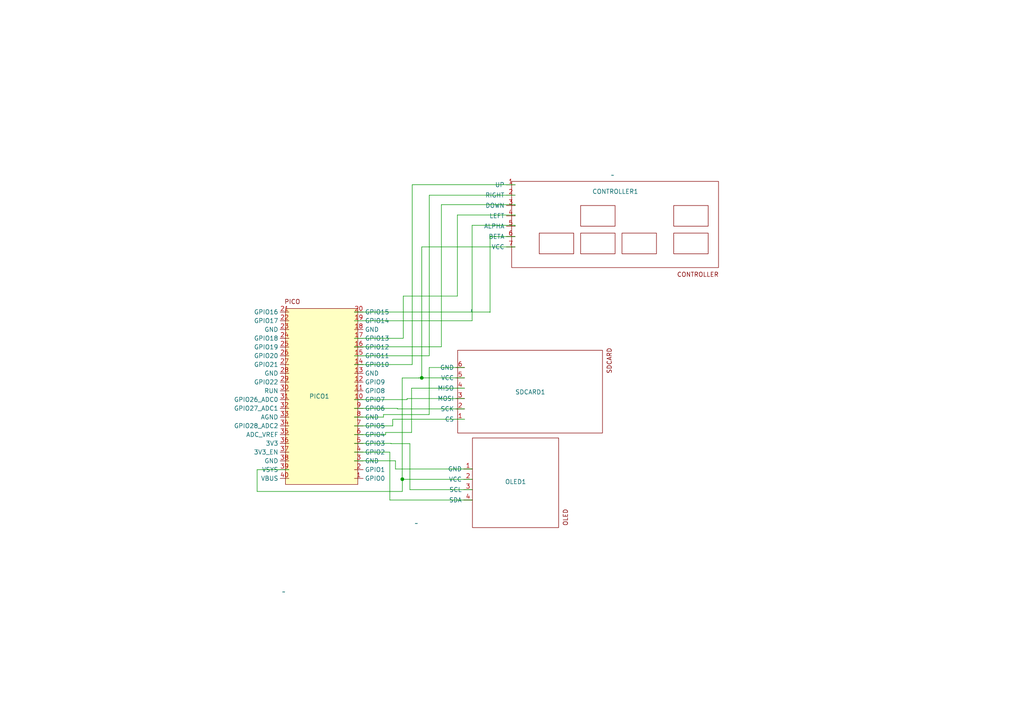
<source format=kicad_sch>
(kicad_sch (version 20231120) (generator "eeschema") (generator_version "8.0")
  (paper "A4")
  (lib_symbols
    (symbol "gameconsole:controller"
      (property "Reference" "U" (at 1 26 0))
      (symbol "controller_0_1"
        (rectangle (start 0 0) (end 60 25))
        (rectangle (start 8 4) (end 18 10))
        (rectangle (start 20 10) (end 30 4))
        (rectangle (start 20 12) (end 30 18))
        (rectangle (start 32 10) (end 42 4))
        (rectangle (start 47 10) (end 57 4))
        (rectangle (start 47 12) (end 57 18))
      )
      (symbol "controller_1_1"
        (text "CONTROLLER" (at 54 -2 0) (effects (font (size 1.27 1.27))))
        (pin input line (at 1 24 180) (length 2.54) (name "UP") (number "1"))
        (pin input line (at 1 21 180) (length 2.54) (name "RIGHT") (number "2"))
        (pin input line (at 1 18 180) (length 2.54) (name "DOWN") (number "3"))
        (pin input line (at 1 15 180) (length 2.54) (name "LEFT") (number "4"))
        (pin input line (at 1 12 180) (length 2.54) (name "ALPHA") (number "5"))
        (pin input line (at 1 9 180) (length 2.54) (name "BETA") (number "6"))
        (pin input line (at 1 6 180) (length 2.54) (name "VCC") (number "7"))
      )
    )
    (symbol "gameconsole:oled"
      (property "Reference" "U" (at -12 13 0))
      (symbol "oled_0_1"
        (rectangle (start -13 -13) (end 13 12))
      )
      (symbol "oled_1_1"
        (text "OLED" (at 10 -15 0) (effects (font (size 1.27 1.27))))
        (pin input line (at -4 12 90) (length 2.54) (name "GND") (number "1"))
        (pin input line (at -1 12 90) (length 2.54) (name "VCC") (number "2"))
        (pin input line (at 2 12 90) (length 2.54) (name "SCL") (number "3"))
        (pin input line (at 5 12 90) (length 2.54) (name "SDA") (number "4"))
      )
    )
    (symbol "gameconsole:pico"
      (property "Reference" "U" (at -10 25 0))
      (symbol "pico_0_1"
        (rectangle (start -11 23) (end 10 -28) (fill (type background)))
      )
      (symbol "pico_1_1"
        (text "PICO\n" (at 8 -30 0) (effects (font (size 1.27 1.27))))
        (pin bidirectional line (at -10 21.26 180) (length 2.54) (name "GPIO0") (number "1"))
        (pin bidirectional line (at -10 -1.6 180) (length 2.54) (name "GPIO7") (number "10"))
        (pin bidirectional line (at -10 -4.14 180) (length 2.54) (name "GPIO8") (number "11"))
        (pin bidirectional line (at -10 -6.68 180) (length 2.54) (name "GPIO9") (number "12"))
        (pin power_in line (at -10 -9.22 180) (length 2.54) (name "GND") (number "13"))
        (pin bidirectional line (at -10 -11.76 180) (length 2.54) (name "GPIO10") (number "14"))
        (pin bidirectional line (at -10 -14.3 180) (length 2.54) (name "GPIO11") (number "15"))
        (pin bidirectional line (at -10 -16.84 180) (length 2.54) (name "GPIO12") (number "16"))
        (pin bidirectional line (at -10 -19.38 180) (length 2.54) (name "GPIO13") (number "17"))
        (pin power_in line (at -10 -21.92 180) (length 2.54) (name "GND") (number "18"))
        (pin bidirectional line (at -10 -24.46 180) (length 2.54) (name "GPIO14") (number "19"))
        (pin bidirectional line (at -10 18.72 180) (length 2.54) (name "GPIO1") (number "2"))
        (pin bidirectional line (at -10 -27 180) (length 2.54) (name "GPIO15") (number "20"))
        (pin bidirectional line (at 9 -27 0) (length 2.54) (name "GPIO16") (number "21"))
        (pin bidirectional line (at 9 -24.46 0) (length 2.54) (name "GPIO17") (number "22"))
        (pin power_in line (at 9 -21.92 0) (length 2.54) (name "GND") (number "23"))
        (pin bidirectional line (at 9 -19.38 0) (length 2.54) (name "GPIO18") (number "24"))
        (pin bidirectional line (at 9 -16.84 0) (length 2.54) (name "GPIO19") (number "25"))
        (pin bidirectional line (at 9 -14.3 0) (length 2.54) (name "GPIO20") (number "26"))
        (pin bidirectional line (at 9 -11.76 0) (length 2.54) (name "GPIO21") (number "27"))
        (pin power_in line (at 9 -9.22 0) (length 2.54) (name "GND") (number "28"))
        (pin bidirectional line (at 9 -6.68 0) (length 2.54) (name "GPIO22") (number "29"))
        (pin power_in line (at -10 16.18 180) (length 2.54) (name "GND") (number "3"))
        (pin input line (at 9 -4.14 0) (length 2.54) (name "RUN") (number "30"))
        (pin bidirectional line (at 9 -1.6 0) (length 2.54) (name "GPIO26_ADC0") (number "31"))
        (pin bidirectional line (at 9 0.94 0) (length 2.54) (name "GPIO27_ADC1") (number "32"))
        (pin power_in line (at 9 3.48 0) (length 2.54) (name "AGND") (number "33"))
        (pin bidirectional line (at 9 6.02 0) (length 2.54) (name "GPIO28_ADC2") (number "34"))
        (pin power_in line (at 9 8.56 0) (length 2.54) (name "ADC_VREF") (number "35"))
        (pin power_in line (at 9 11.1 0) (length 2.54) (name "3V3") (number "36"))
        (pin input line (at 9 13.64 0) (length 2.54) (name "3V3_EN") (number "37"))
        (pin bidirectional line (at 9 16.18 0) (length 2.54) (name "GND") (number "38"))
        (pin power_in line (at 9 18.72 0) (length 2.54) (name "VSYS") (number "39"))
        (pin bidirectional line (at -10 13.64 180) (length 2.54) (name "GPIO2") (number "4"))
        (pin power_in line (at 9 21.26 0) (length 2.54) (name "VBUS") (number "40"))
        (pin bidirectional line (at -10 11.1 180) (length 2.54) (name "GPIO3") (number "5"))
        (pin bidirectional line (at -10 8.56 180) (length 2.54) (name "GPIO4") (number "6"))
        (pin bidirectional line (at -10 6.02 180) (length 2.54) (name "GPIO5") (number "7"))
        (pin power_in line (at -10 3.48 180) (length 2.54) (name "GND") (number "8"))
        (pin bidirectional line (at -10 0.94 180) (length 2.54) (name "GPIO6") (number "9"))
      )
    )
    (symbol "gameconsole:sdcard"
      (property "Reference" "U" (at 0 0 0))
      (symbol "sdcard_0_1"
        (rectangle (start 0 0) (end 24 42))
      )
      (symbol "sdcard_1_1"
        (text "SDCARD" (at 21 -2 0) (effects (font (size 1.27 1.27))))
        (pin input line (at 4 40 90) (length 2.54) (name "CS") (number "1"))
        (pin input line (at 7 40 90) (length 2.54) (name "SCK") (number "2"))
        (pin input line (at 10 40 90) (length 2.54) (name "MOSI") (number "3"))
        (pin input line (at 13 40 90) (length 2.54) (name "MISO") (number "4"))
        (pin input line (at 16 40 90) (length 2.54) (name "VCC") (number "5"))
        (pin input line (at 19 40 90) (length 2.54) (name "GND") (number "6"))
      )
    )
  )
  (junction (at 116.6942 138.9858))
  (junction (at 122.3264 109.5954))
  (wire (pts (xy 122.3264 109.5954) (xy 121.4628 109.5954)))
  (wire (pts (xy 119.5578 53.5686) (xy 119.5578 105.7402)))
  (wire (pts (xy 118.8898 128.6734) (xy 113.4176 128.6734)))
  (wire (pts (xy 119.371 125.4362) (xy 111.8398 125.4362)))
  (wire (pts (xy 74.5744 142.5418) (xy 116.6942 142.5418)))
  (wire (pts (xy 128.0226 59.3598) (xy 149.4028 59.3598)))
  (wire (pts (xy 149.4028 56.611) (xy 124.5006 56.611)))
  (wire (pts (xy 136.9316 93.0402) (xy 102.7928 93.0402)))
  (wire (pts (xy 121.4628 109.5954) (xy 121.4628 109.6264)))
  (wire (pts (xy 137.0284 142.0272) (xy 118.8898 142.0272)))
  (wire (pts (xy 128.0226 59.3598) (xy 128.0226 100.584)))
  (wire (pts (xy 134.747 112.5954) (xy 119.371 112.5954)))
  (wire (pts (xy 113.4176 128.6734) (xy 113.4176 128.6002)))
  (wire (pts (xy 113.4176 128.6002) (xy 102.7928 128.6002)))
  (wire (pts (xy 74.5744 136.2202) (xy 74.5744 142.5418)))
  (wire (pts (xy 116.6942 138.9858) (xy 116.655 138.9858)))
  (wire (pts (xy 137.0284 139.0272) (xy 116.7308 139.0272)))
  (wire (pts (xy 118.0756 115.9002) (xy 102.7928 115.9002)))
  (wire (pts (xy 119.5578 105.7402) (xy 102.7928 105.7402)))
  (wire (pts (xy 115.2816 118.4402) (xy 102.7928 118.4402)))
  (wire (pts (xy 142.113 90.5934) (xy 142.113 90.5002)))
  (wire (pts (xy 122.3264 109.6574) (xy 122.3264 109.5954)))
  (wire (pts (xy 116.9637 85.8774) (xy 116.9637 98.1202)))
  (wire (pts (xy 118.8898 142.0272) (xy 118.8898 128.6734)))
  (wire (pts (xy 119.371 112.5954) (xy 119.371 125.4362)))
  (wire (pts (xy 132.6642 62.3573) (xy 132.6642 85.8774)))
  (wire (pts (xy 124.5006 56.611) (xy 124.5006 103.2002)))
  (wire (pts (xy 142.113 90.5934) (xy 142.1384 90.5934)))
  (wire (pts (xy 111.2271 120.9802) (xy 102.7928 120.9802)))
  (wire (pts (xy 74.5744 136.2202) (xy 83.7928 136.2202)))
  (wire (pts (xy 136.9316 65.3471) (xy 136.9316 93.0402)))
  (wire (pts (xy 113.0702 145.0272) (xy 113.0702 131.1402)))
  (wire (pts (xy 111.8398 126.0602) (xy 102.7928 126.0602)))
  (wire (pts (xy 142.113 90.5002) (xy 102.7928 90.5002)))
  (wire (pts (xy 121.4628 109.6264) (xy 116.655 109.6264)))
  (wire (pts (xy 113.91 123.5202) (xy 102.7928 123.5202)))
  (wire (pts (xy 149.4028 62.611) (xy 149.4028 62.3573)))
  (wire (pts (xy 134.747 121.5954) (xy 113.91 121.5954)))
  (wire (pts (xy 149.4028 71.611) (xy 122.3264 71.611)))
  (wire (pts (xy 116.7308 139.0272) (xy 116.7308 138.9858)))
  (wire (pts (xy 102.7928 133.6548) (xy 102.7928 133.6802)))
  (wire (pts (xy 149.4028 53.5686) (xy 149.4028 53.611)))
  (wire (pts (xy 149.4028 59.3598) (xy 149.4028 59.611)))
  (wire (pts (xy 142.1892 68.4022) (xy 142.1892 68.611)))
  (wire (pts (xy 134.747 115.5954) (xy 118.0756 115.5954)))
  (wire (pts (xy 118.0756 115.5954) (xy 118.0756 115.9002)))
  (wire (pts (xy 142.1892 68.4022) (xy 142.1384 68.4022)))
  (wire (pts (xy 116.9637 98.1202) (xy 102.7928 98.1202)))
  (wire (pts (xy 142.1892 68.611) (xy 149.4028 68.611)))
  (wire (pts (xy 115.2816 118.5954) (xy 115.2816 118.4402)))
  (wire (pts (xy 114.7064 133.6548) (xy 114.7064 136.0272)))
  (wire (pts (xy 142.1384 68.4022) (xy 142.1384 90.5934)))
  (wire (pts (xy 134.747 118.5954) (xy 115.2816 118.5954)))
  (wire (pts (xy 102.7928 100.584) (xy 102.7928 100.6602)))
  (wire (pts (xy 149.4028 65.3471) (xy 149.4028 65.611)))
  (wire (pts (xy 114.7064 136.0272) (xy 137.0284 136.0272)))
  (wire (pts (xy 122.3264 71.611) (xy 122.3264 109.5954)))
  (wire (pts (xy 137.0284 145.0272) (xy 113.0702 145.0272)))
  (wire (pts (xy 113.0702 131.1402) (xy 102.7928 131.1402)))
  (wire (pts (xy 124.4854 106.5954) (xy 124.4854 120.2436)))
  (wire (pts (xy 116.655 109.6264) (xy 116.655 138.9858)))
  (wire (pts (xy 113.91 121.5954) (xy 113.91 123.5202)))
  (wire (pts (xy 134.747 106.5954) (xy 124.4854 106.5954)))
  (wire (pts (xy 119.5578 53.5686) (xy 149.4028 53.5686)))
  (wire (pts (xy 132.6642 85.8774) (xy 116.9637 85.8774)))
  (wire (pts (xy 149.4028 62.3573) (xy 132.6642 62.3573)))
  (wire (pts (xy 114.7064 133.6548) (xy 102.7928 133.6548)))
  (wire (pts (xy 116.6942 138.9858) (xy 116.7308 138.9858)))
  (wire (pts (xy 134.747 109.5954) (xy 122.3264 109.5954)))
  (wire (pts (xy 102.7928 100.584) (xy 128.0226 100.584)))
  (wire (pts (xy 136.9316 65.3471) (xy 149.4028 65.3471)))
  (wire (pts (xy 111.8398 125.4362) (xy 111.8398 126.0602)))
  (wire (pts (xy 116.6942 138.9858) (xy 116.6942 142.5418)))
  (wire (pts (xy 124.5006 103.2002) (xy 102.7928 103.2002)))
  (wire (pts (xy 111.2271 120.2436) (xy 111.2271 120.9802)))
  (wire (pts (xy 124.4854 120.2436) (xy 111.2271 120.2436)))
  (symbol (lib_id "gameconsole:sdcard") (at 174.747 125.5954 90) (unit 1)
    (property "Reference" "SDCARD1" (at 158.2166 113.7158 90) (effects (justify left)))
    (property "Value" "~" (at 136.747 90.5954 0) (effects (justify left)))
    (property "Footprint" "gameconsole_footprint_library:sdcard" (effects (hide yes)))
  )
  (symbol (lib_id "gameconsole:pico") (at 92.7928 117.5002 180) (unit 1)
    (property "Reference" "PICO1" (at 92.612 114.946 0))
    (property "Value" "~" (at 82.2978 171.653 0))
    (property "Footprint" "gameconsole_footprint_library:pico" (effects (hide yes)))
  )
  (symbol (lib_id "gameconsole:oled") (at 149.0284 140.0272 90) (mirror x) (unit 1)
    (property "Reference" "OLED1" (at 152.6576 139.7364 90) (effects (justify left)))
    (property "Value" "~" (at 121.3424 151.7972 90) (effects (justify left)))
    (property "Footprint" "gameconsole_footprint_library:oled" (effects (hide yes)))
  )
  (symbol (lib_id "gameconsole:controller") (at 148.4028 77.611 0) (unit 1)
    (property "Reference" "CONTROLLER1" (at 178.4604 55.5498 0))
    (property "Value" "~" (at 177.682 50.8 0))
    (property "Footprint" "gameconsole_footprint_library:controller_mount" (effects (hide yes)))
  )
)
</source>
